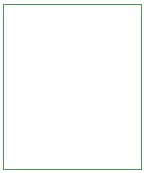
<source format=gko>
G75*
%MOIN*%
%OFA0B0*%
%FSLAX25Y25*%
%IPPOS*%
%LPD*%
%AMOC8*
5,1,8,0,0,1.08239X$1,22.5*
%
%ADD10C,0.00004*%
D10*
X0003800Y0001002D02*
X0003800Y0055963D01*
X0049501Y0055963D01*
X0049501Y0001002D01*
X0003800Y0001002D01*
M02*

</source>
